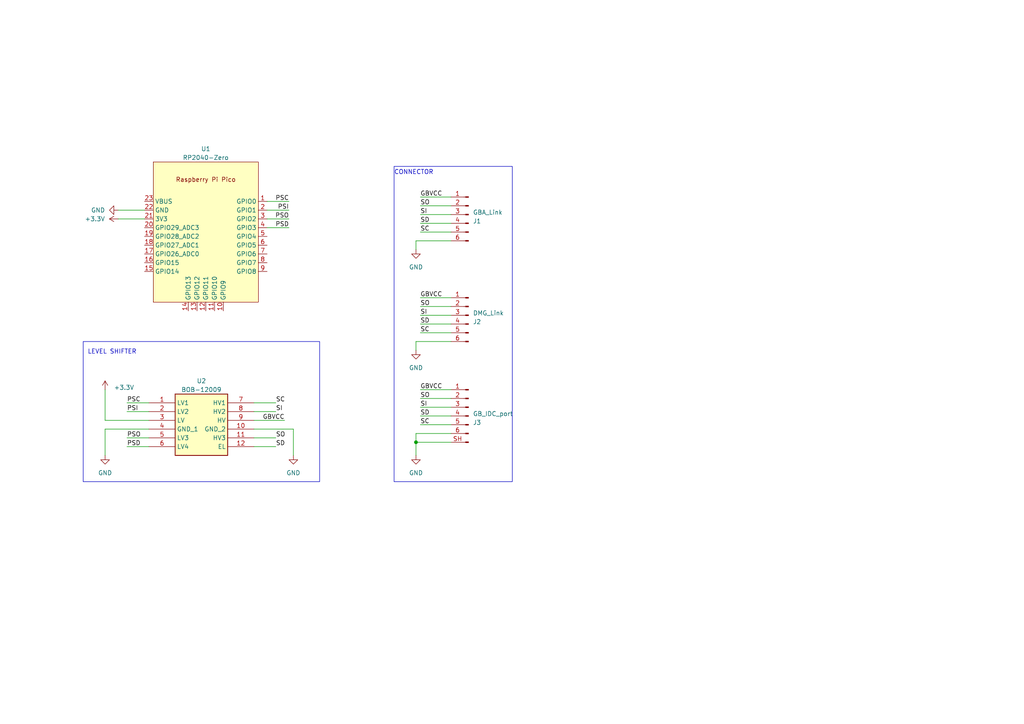
<source format=kicad_sch>
(kicad_sch (version 20230121) (generator eeschema)
  (paper "A4")
  (lib_symbols
    (symbol "BOB-12009:BOB-12009"
      (property "Reference" "U" (at 0 10.16 0))
      (symbol "BOB-12009_0_1"
        (rectangle (start -7.62 8.89) (end 7.62 -8.89) (stroke (width 0.254)) (fill (type background)))
      )
      (symbol "BOB-12009_1_1"
        (pin input line (at -15.24 6.35 0) (length 7.62) (name "LV1") (number "1"))
        (pin input line (at 15.24 -1.27 180) (length 7.62) (name "GND_2") (number "10"))
        (pin input line (at 15.24 -3.81 180) (length 7.62) (name "HV3") (number "11"))
        (pin input line (at 15.24 -6.35 180) (length 7.62) (name "EL") (number "12"))
        (pin input line (at -15.24 3.81 0) (length 7.62) (name "LV2") (number "2"))
        (pin input line (at -15.24 1.27 0) (length 7.62) (name "LV") (number "3"))
        (pin input line (at -15.24 -1.27 0) (length 7.62) (name "GND_1") (number "4"))
        (pin input line (at -15.24 -3.81 0) (length 7.62) (name "LV3") (number "5"))
        (pin input line (at -15.24 -6.35 0) (length 7.62) (name "LV4") (number "6"))
        (pin input line (at 15.24 6.35 180) (length 7.62) (name "HV1") (number "7"))
        (pin input line (at 15.24 3.81 180) (length 7.62) (name "HV2") (number "8"))
        (pin input line (at 15.24 1.27 180) (length 7.62) (name "HV") (number "9"))
      )
    )
    (symbol "Connector:Conn_01x06_Pin" (pin_names (offset 1.016) hide)
      (property "Reference" "J" (at 0 7.62 0))
      (property "Value" "Conn_01x06_Pin" (at 0 -10.16 0))
      (symbol "Conn_01x06_Pin_1_1"
        (polyline (pts (xy 1.27 -7.62) (xy 0.8636 -7.62)) (stroke (width 0.1524)))
        (polyline (pts (xy 1.27 -5.08) (xy 0.8636 -5.08)) (stroke (width 0.1524)))
        (polyline (pts (xy 1.27 -2.54) (xy 0.8636 -2.54)) (stroke (width 0.1524)))
        (polyline (pts (xy 1.27 0) (xy 0.8636 0)) (stroke (width 0.1524)))
        (polyline (pts (xy 1.27 2.54) (xy 0.8636 2.54)) (stroke (width 0.1524)))
        (polyline (pts (xy 1.27 5.08) (xy 0.8636 5.08)) (stroke (width 0.1524)))
        (rectangle (start 0.8636 -7.493) (end 0 -7.747) (stroke (width 0.1524)) (fill (type outline)))
        (rectangle (start 0.8636 -4.953) (end 0 -5.207) (stroke (width 0.1524)) (fill (type outline)))
        (rectangle (start 0.8636 -2.413) (end 0 -2.667) (stroke (width 0.1524)) (fill (type outline)))
        (rectangle (start 0.8636 0.127) (end 0 -0.127) (stroke (width 0.1524)) (fill (type outline)))
        (rectangle (start 0.8636 2.667) (end 0 2.413) (stroke (width 0.1524)) (fill (type outline)))
        (rectangle (start 0.8636 5.207) (end 0 4.953) (stroke (width 0.1524)) (fill (type outline)))
        (pin passive line (at 5.08 5.08 180) (length 3.81) (name "Pin_1") (number "1"))
        (pin passive line (at 5.08 2.54 180) (length 3.81) (name "Pin_2") (number "2"))
        (pin passive line (at 5.08 0 180) (length 3.81) (name "Pin_3") (number "3"))
        (pin passive line (at 5.08 -2.54 180) (length 3.81) (name "Pin_4") (number "4"))
        (pin passive line (at 5.08 -5.08 180) (length 3.81) (name "Pin_5") (number "5"))
        (pin passive line (at 5.08 -7.62 180) (length 3.81) (name "Pin_6") (number "6"))
      )
    )
    (symbol "Connector:Conn_01x07_Pin" (pin_names (offset 1.016) hide)
      (property "Reference" "J3" (at -1.27 -1.905 0))
      (property "Value" "GBA_port" (at -1.27 0.635 0))
      (symbol "Conn_01x07_Pin_1_1"
        (polyline (pts (xy 1.27 -7.62) (xy 0.8636 -7.62)) (stroke (width 0.1524)))
        (polyline (pts (xy 1.27 -5.08) (xy 0.8636 -5.08)) (stroke (width 0.1524)))
        (polyline (pts (xy 1.27 -2.54) (xy 0.8636 -2.54)) (stroke (width 0.1524)))
        (polyline (pts (xy 1.27 0) (xy 0.8636 0)) (stroke (width 0.1524)))
        (polyline (pts (xy 1.27 2.54) (xy 0.8636 2.54)) (stroke (width 0.1524)))
        (polyline (pts (xy 1.27 5.08) (xy 0.8636 5.08)) (stroke (width 0.1524)))
        (polyline (pts (xy 1.27 7.62) (xy 0.8636 7.62)) (stroke (width 0.1524)))
        (rectangle (start 0.8636 -7.493) (end 0 -7.747) (stroke (width 0.1524)) (fill (type outline)))
        (rectangle (start 0.8636 -4.953) (end 0 -5.207) (stroke (width 0.1524)) (fill (type outline)))
        (rectangle (start 0.8636 -2.413) (end 0 -2.667) (stroke (width 0.1524)) (fill (type outline)))
        (rectangle (start 0.8636 0.127) (end 0 -0.127) (stroke (width 0.1524)) (fill (type outline)))
        (rectangle (start 0.8636 2.667) (end 0 2.413) (stroke (width 0.1524)) (fill (type outline)))
        (rectangle (start 0.8636 5.207) (end 0 4.953) (stroke (width 0.1524)) (fill (type outline)))
        (rectangle (start 0.8636 7.747) (end 0 7.493) (stroke (width 0.1524)) (fill (type outline)))
        (pin passive line (at 5.08 7.62 180) (length 3.81) (name "Pin_1") (number "1"))
        (pin passive line (at 5.08 5.08 180) (length 3.81) (name "Pin_2") (number "2"))
        (pin passive line (at 5.08 2.54 180) (length 3.81) (name "Pin_3") (number "3"))
        (pin passive line (at 5.08 0 180) (length 3.81) (name "Pin_4") (number "4"))
        (pin passive line (at 5.08 -2.54 180) (length 3.81) (name "Pin_5") (number "5"))
        (pin passive line (at 5.08 -5.08 180) (length 3.81) (name "Pin_6") (number "6"))
        (pin passive line (at 5.08 -7.62 180) (length 3.81) (name "SH") (number "SH"))
      )
    )
    (symbol "MCU_RaspberryPi_and_Boards:RP2040-Zero"
      (property "Reference" "U" (at -13.97 27.94 0))
      (property "Value" "RP2040-Zero" (at 0 19.05 0))
      (symbol "RP2040-Zero_0_0"
        (text "Raspberry Pi Pico" (at 0 21.59 0) (effects (font (size 1.27 1.27))))
      )
      (symbol "RP2040-Zero_0_1"
        (rectangle (start -15.24 26.67) (end 15.24 -13.97) (fill (type background)))
      )
      (symbol "RP2040-Zero_1_1"
        (pin bidirectional line (at 17.78 15.24 180) (length 2.54) (name "GPIO0") (number "1"))
        (pin bidirectional line (at 5.08 -16.51 90) (length 2.54) (name "GPIO9") (number "10"))
        (pin bidirectional line (at 2.54 -16.51 90) (length 2.54) (name "GPIO10") (number "11"))
        (pin bidirectional line (at 0 -16.51 90) (length 2.54) (name "GPIO11") (number "12"))
        (pin bidirectional line (at -2.54 -16.51 90) (length 2.54) (name "GPIO12") (number "13"))
        (pin bidirectional line (at -5.08 -16.51 90) (length 2.54) (name "GPIO13") (number "14"))
        (pin bidirectional line (at -17.78 -5.08 0) (length 2.54) (name "GPIO14") (number "15"))
        (pin bidirectional line (at -17.78 -2.54 0) (length 2.54) (name "GPIO15") (number "16"))
        (pin bidirectional line (at -17.78 0 0) (length 2.54) (name "GPIO26_ADC0") (number "17"))
        (pin bidirectional line (at -17.78 2.54 0) (length 2.54) (name "GPIO27_ADC1") (number "18"))
        (pin bidirectional line (at -17.78 5.08 0) (length 2.54) (name "GPIO28_ADC2") (number "19"))
        (pin bidirectional line (at 17.78 12.7 180) (length 2.54) (name "GPIO1") (number "2"))
        (pin bidirectional line (at -17.78 7.62 0) (length 2.54) (name "GPIO29_ADC3") (number "20"))
        (pin power_out line (at -17.78 10.16 0) (length 2.54) (name "3V3") (number "21"))
        (pin bidirectional line (at -17.78 12.7 0) (length 2.54) (name "GND") (number "22"))
        (pin power_out line (at -17.78 15.24 0) (length 2.54) (name "VBUS") (number "23"))
        (pin bidirectional line (at 17.78 10.16 180) (length 2.54) (name "GPIO2") (number "3"))
        (pin bidirectional line (at 17.78 7.62 180) (length 2.54) (name "GPIO3") (number "4"))
        (pin bidirectional line (at 17.78 5.08 180) (length 2.54) (name "GPIO4") (number "5"))
        (pin bidirectional line (at 17.78 2.54 180) (length 2.54) (name "GPIO5") (number "6"))
        (pin bidirectional line (at 17.78 0 180) (length 2.54) (name "GPIO6") (number "7"))
        (pin bidirectional line (at 17.78 -2.54 180) (length 2.54) (name "GPIO7") (number "8"))
        (pin bidirectional line (at 17.78 -5.08 180) (length 2.54) (name "GPIO8") (number "9"))
      )
    )
    (symbol "power:+3.3V" (power) (pin_names (offset 0))
      (property "Value" "+3.3V" (at 0 3.556 0))
      (symbol "+3.3V_0_1"
        (polyline (pts (xy -0.762 1.27) (xy 0 2.54)))
        (polyline (pts (xy 0 0) (xy 0 2.54)))
        (polyline (pts (xy 0 2.54) (xy 0.762 1.27)))
      )
      (symbol "+3.3V_1_1"
        (pin power_in line (at 0 0 90) (length 0) hide (name "+3.3V") (number "1"))
      )
    )
    (symbol "power:GND" (power) (pin_names (offset 0))
      (property "Value" "GND" (at 0 -3.81 0))
      (symbol "GND_0_1"
        (polyline (pts (xy 0 0) (xy 0 -1.27) (xy 1.27 -1.27) (xy 0 -2.54) (xy -1.27 -1.27) (xy 0 -1.27)))
      )
      (symbol "GND_1_1"
        (pin power_in line (at 0 0 270) (length 0) hide (name "GND") (number "1"))
      )
    )
  )
  (junction (at 120.65 128.27))
  (wire (pts (xy 120.65 128.27) (xy 130.81 128.27)))
  (wire (pts (xy 121.92 123.19) (xy 130.81 123.19)))
  (wire (pts (xy 121.92 93.98) (xy 130.81 93.98)))
  (wire (pts (xy 36.83 129.54) (xy 43.18 129.54)))
  (wire (pts (xy 121.92 115.57) (xy 130.81 115.57)))
  (wire (pts (xy 121.92 120.65) (xy 130.81 120.65)))
  (wire (pts (xy 121.92 118.11) (xy 130.81 118.11)))
  (wire (pts (xy 120.65 99.06) (xy 130.81 99.06)))
  (wire (pts (xy 83.82 60.96) (xy 77.47 60.96)))
  (wire (pts (xy 120.65 69.85) (xy 130.81 69.85)))
  (wire (pts (xy 41.91 63.5) (xy 34.29 63.5)))
  (wire (pts (xy 36.83 116.84) (xy 43.18 116.84)))
  (wire (pts (xy 121.92 67.31) (xy 130.81 67.31)))
  (wire (pts (xy 121.92 96.52) (xy 130.81 96.52)))
  (wire (pts (xy 120.65 99.06) (xy 120.65 101.6)))
  (wire (pts (xy 121.92 88.9) (xy 130.81 88.9)))
  (wire (pts (xy 73.66 124.46) (xy 85.09 124.46)))
  (wire (pts (xy 73.66 119.38) (xy 80.01 119.38)))
  (wire (pts (xy 30.48 113.03) (xy 30.48 121.92)))
  (wire (pts (xy 121.92 62.23) (xy 130.81 62.23)))
  (wire (pts (xy 120.65 128.27) (xy 120.65 132.08)))
  (wire (pts (xy 82.55 121.92) (xy 73.66 121.92)))
  (wire (pts (xy 83.82 66.04) (xy 77.47 66.04)))
  (wire (pts (xy 73.66 129.54) (xy 80.01 129.54)))
  (wire (pts (xy 120.65 125.73) (xy 120.65 128.27)))
  (wire (pts (xy 120.65 69.85) (xy 120.65 72.39)))
  (wire (pts (xy 36.83 127) (xy 43.18 127)))
  (wire (pts (xy 30.48 124.46) (xy 30.48 132.08)))
  (wire (pts (xy 83.82 58.42) (xy 77.47 58.42)))
  (wire (pts (xy 120.65 125.73) (xy 130.81 125.73)))
  (wire (pts (xy 121.92 57.15) (xy 130.81 57.15)))
  (wire (pts (xy 121.92 113.03) (xy 130.81 113.03)))
  (wire (pts (xy 121.92 64.77) (xy 130.81 64.77)))
  (wire (pts (xy 121.92 86.36) (xy 130.81 86.36)))
  (wire (pts (xy 30.48 121.92) (xy 43.18 121.92)))
  (wire (pts (xy 73.66 127) (xy 80.01 127)))
  (wire (pts (xy 73.66 116.84) (xy 80.01 116.84)))
  (wire (pts (xy 121.92 91.44) (xy 130.81 91.44)))
  (wire (pts (xy 121.92 59.69) (xy 130.81 59.69)))
  (wire (pts (xy 30.48 124.46) (xy 43.18 124.46)))
  (wire (pts (xy 36.83 119.38) (xy 43.18 119.38)))
  (wire (pts (xy 41.91 60.96) (xy 34.29 60.96)))
  (wire (pts (xy 85.09 124.46) (xy 85.09 132.08)))
  (wire (pts (xy 83.82 63.5) (xy 77.47 63.5)))
  (rectangle (start 24.13 99.06) (end 92.71 139.7))
  (rectangle (start 114.3 48.26) (end 148.59 139.7))
  (text "LEVEL SHIFTER" (at 25.4 102.87 0) (effects (font (size 1.27 1.27)) (justify left bottom)))
  (text "CONNECTOR" (at 114.3 50.8 0) (effects (font (size 1.27 1.27)) (justify left bottom)))
  (label "PSO" (at 36.83 127 0))
  (label "SI" (at 121.92 118.11 0))
  (label "SD" (at 80.01 129.54 0))
  (label "SD" (at 121.92 120.65 0))
  (label "GBVCC" (at 121.92 113.03 0))
  (label "PSD" (at 83.82 66.04 180))
  (label "GBVCC" (at 121.92 86.36 0))
  (label "PSD" (at 36.83 129.54 0))
  (label "SI" (at 121.92 91.44 0))
  (label "PSO" (at 83.82 63.5 180))
  (label "PSC" (at 83.82 58.42 180))
  (label "SC" (at 121.92 96.52 0))
  (label "PSC" (at 36.83 116.84 0))
  (label "SC" (at 121.92 67.31 0))
  (label "GBVCC" (at 121.92 57.15 0))
  (label "SO" (at 80.01 127 0))
  (label "SD" (at 121.92 64.77 0))
  (label "SC" (at 121.92 123.19 0))
  (label "SC" (at 80.01 116.84 0))
  (label "PSI" (at 83.82 60.96 180))
  (label "SO" (at 121.92 88.9 0))
  (label "GBVCC" (at 82.55 121.92 180))
  (label "SO" (at 121.92 59.69 0))
  (label "SO" (at 121.92 115.57 0))
  (label "PSI" (at 36.83 119.38 0))
  (label "SI" (at 121.92 62.23 0))
  (label "SD" (at 121.92 93.98 0))
  (label "SI" (at 80.01 119.38 0))
  (symbol (lib_id "power:+3.3V") (at 30.48 113.03 0) (unit 1)
    (property "Reference" "#PWR04" (effects hide))
    (property "Value" "+3.3V" (at 33.02 112.395 0) (effects (justify left)))
  )
  (symbol (lib_id "power:+3.3V") (at 34.29 63.5 90) (mirror x) (unit 1)
    (property "Reference" "#PWR019" (effects hide))
    (property "Value" "+3.3V" (at 30.48 63.5 90) (effects (justify left)))
  )
  (symbol (lib_id "power:GND") (at 120.65 101.6 0) (unit 1)
    (property "Reference" "#PWR05" (effects hide))
    (property "Value" "GND" (at 120.65 106.68 0))
  )
  (symbol (lib_id "power:GND") (at 30.48 132.08 0) (unit 1)
    (property "Reference" "#PWR01" (effects hide))
    (property "Value" "GND" (at 30.48 137.16 0))
  )
  (symbol (lib_id "power:GND") (at 120.65 72.39 0) (unit 1)
    (property "Reference" "#PWR06" (effects hide))
    (property "Value" "GND" (at 120.65 77.47 0))
  )
  (symbol (lib_id "power:GND") (at 34.29 60.96 270) (mirror x) (unit 1)
    (property "Reference" "#PWR020" (effects hide))
    (property "Value" "GND" (at 30.48 60.96 90) (effects (justify right)))
  )
  (symbol (lib_id "Connector:Conn_01x07_Pin") (at 135.89 120.65 0) (mirror y) (unit 1)
    (property "Reference" "J3" (at 137.16 122.555 0) (effects (justify right)))
    (property "Value" "GB_IDC_port" (at 137.16 120.015 0) (effects (justify right)))
    (property "Footprint" "gb-link-socket:GameBoy_LinkPort_DMG_MGB_IDC_Horizontal" (effects hide))
  )
  (symbol (lib_id "MCU_RaspberryPi_and_Boards:RP2040-Zero") (at 59.69 73.66 0) (unit 1)
    (property "Reference" "U1" (at 59.69 43.18 0))
    (property "Value" "RP2040-Zero" (at 59.69 45.72 0))
    (property "Footprint" "MCU_RaspberryPi_and_Boards:RP2040-Zero_SMD_TH" (effects hide))
  )
  (symbol (lib_id "Connector:Conn_01x06_Pin") (at 135.89 91.44 0) (mirror y) (unit 1)
    (property "Reference" "J2" (at 137.16 93.345 0) (effects (justify right)))
    (property "Value" "DMG_Link" (at 137.16 90.805 0) (effects (justify right)))
    (property "Footprint" "gb-link-socket:dmg-link-socket" (effects hide))
  )
  (symbol (lib_id "Connector:Conn_01x06_Pin") (at 135.89 62.23 0) (mirror y) (unit 1)
    (property "Reference" "J1" (at 137.16 64.135 0) (effects (justify right)))
    (property "Value" "GBA_Link" (at 137.16 61.595 0) (effects (justify right)))
    (property "Footprint" "gb-link-socket:gb-link-socket" (effects hide))
  )
  (symbol (lib_id "BOB-12009:BOB-12009") (at 58.42 123.19 0) (unit 1)
    (property "Reference" "U2" (at 58.42 110.49 0))
    (property "Value" "BOB-12009" (at 58.42 113.03 0))
    (property "Footprint" "BOB-12009:BOB-12009" (effects hide))
  )
  (symbol (lib_id "power:GND") (at 120.65 132.08 0) (unit 1)
    (property "Reference" "#PWR03" (effects hide))
    (property "Value" "GND" (at 120.65 137.16 0))
  )
  (symbol (lib_id "power:GND") (at 85.09 132.08 0) (unit 1)
    (property "Reference" "#PWR02" (effects hide))
    (property "Value" "GND" (at 85.09 137.16 0))
  )
)
</source>
